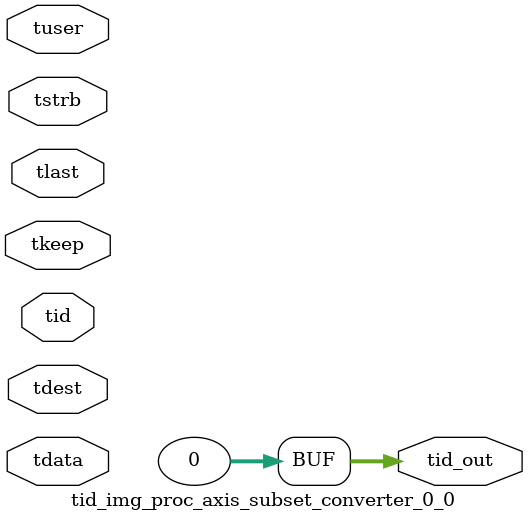
<source format=v>


`timescale 1ps/1ps

module tid_img_proc_axis_subset_converter_0_0 #
(
parameter C_S_AXIS_TID_WIDTH   = 1,
parameter C_S_AXIS_TUSER_WIDTH = 0,
parameter C_S_AXIS_TDATA_WIDTH = 0,
parameter C_S_AXIS_TDEST_WIDTH = 0,
parameter C_M_AXIS_TID_WIDTH   = 32
)
(
input  [(C_S_AXIS_TID_WIDTH   == 0 ? 1 : C_S_AXIS_TID_WIDTH)-1:0       ] tid,
input  [(C_S_AXIS_TDATA_WIDTH == 0 ? 1 : C_S_AXIS_TDATA_WIDTH)-1:0     ] tdata,
input  [(C_S_AXIS_TUSER_WIDTH == 0 ? 1 : C_S_AXIS_TUSER_WIDTH)-1:0     ] tuser,
input  [(C_S_AXIS_TDEST_WIDTH == 0 ? 1 : C_S_AXIS_TDEST_WIDTH)-1:0     ] tdest,
input  [(C_S_AXIS_TDATA_WIDTH/8)-1:0 ] tkeep,
input  [(C_S_AXIS_TDATA_WIDTH/8)-1:0 ] tstrb,
input                                                                    tlast,
output [(C_M_AXIS_TID_WIDTH   == 0 ? 1 : C_M_AXIS_TID_WIDTH)-1:0       ] tid_out
);

assign tid_out = {1'b0};

endmodule


</source>
